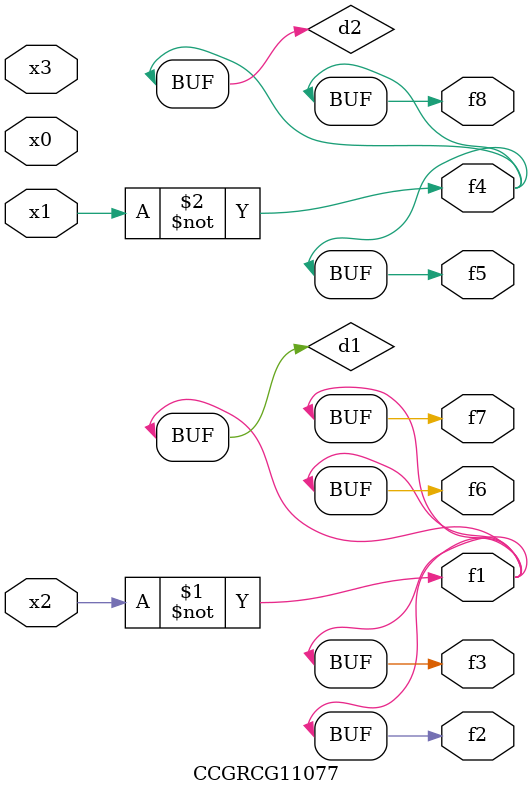
<source format=v>
module CCGRCG11077(
	input x0, x1, x2, x3,
	output f1, f2, f3, f4, f5, f6, f7, f8
);

	wire d1, d2;

	xnor (d1, x2);
	not (d2, x1);
	assign f1 = d1;
	assign f2 = d1;
	assign f3 = d1;
	assign f4 = d2;
	assign f5 = d2;
	assign f6 = d1;
	assign f7 = d1;
	assign f8 = d2;
endmodule

</source>
